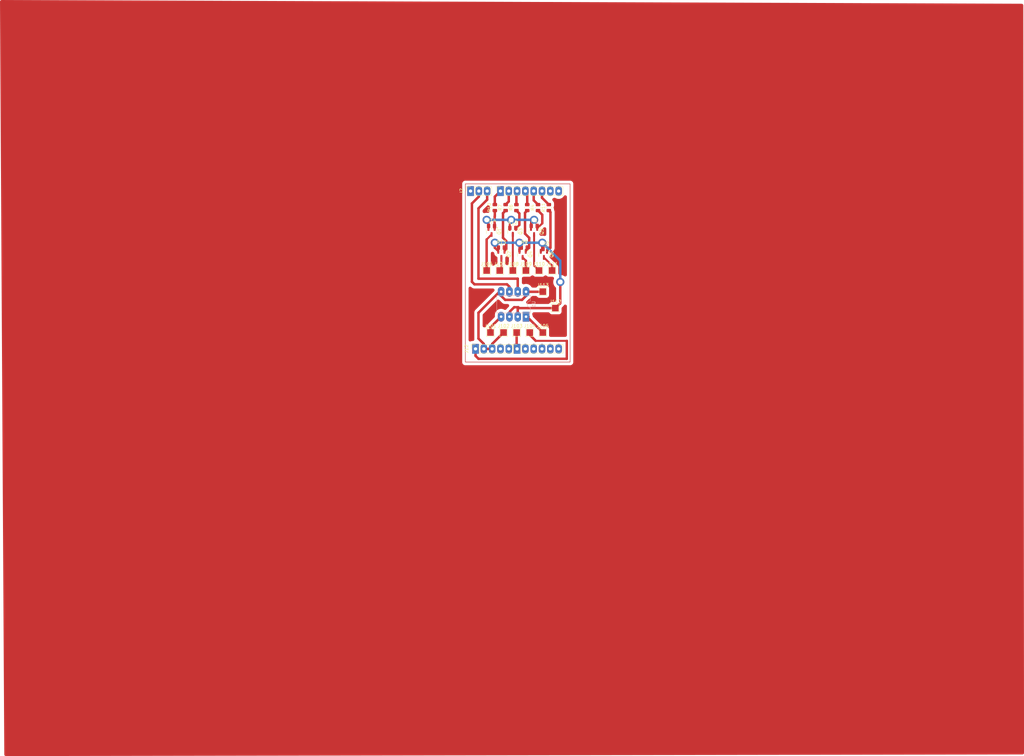
<source format=kicad_pcb>
(kicad_pcb (version 20240108) (generator "pcbnew") (generator_version "8.0")
  (title_block (date "2024-07-26"))
  (layers (0 "F.Cu" signal) (31 "B.Cu" signal) (34 "B.Paste" user) (35 "F.Paste" user) (36 "B.SilkS" user "B.Silkscreen") (37 "F.SilkS" user "F.Silkscreen") (38 "B.Mask" user) (39 "F.Mask" user) (44 "Edge.Cuts" user))
  (net 0 "")
  (net 1 "GND")
  (net 2 "/A0")
  (net 3 "/10")
  (net 4 "/9")
  (net 5 "/5V")
  (net 8 "/8")
  (net 9 "/7")
  (net 10 "/4")
  (net 11 "/2")
  (net 12 "/*6")
  (net 13 "/*5")
  (net 14 "/TX{slash}1")
  (net 15 "/*3")
  (net 16 "/RX{slash}0")
  (net 21 "Net-(Q1-B)")
  (net 23 "Net-(Q2-B)")
  (net 24 "Net-(Q3-B)")
  (net 25 "Net-(Q4-B)")
  (net 26 "Net-(Q5-B)")
  (net 27 "Net-(Q6-B)")
  (net 28 "Net-(J105-Pad1)")
  (net 29 "Net-(U1-A_out)")
  (net 30 "Net-(U1-Out_B)")
  (net 31 "Net-(Q1-C)")
  (net 32 "Net-(Q2-C)")
  (net 33 "Net-(Q3-C)")
  (net 34 "Net-(Q4-C)")
  (net 35 "Net-(Q5-C)")
  (net 36 "Net-(Q6-C)")
  (net 37 "Net-(Q1-E)")
  (net 38 "Net-(J101-Pad1)")
  (net 39 "Net-(J112-Pad1)")
  (footprint "Connector_PinSocket_2.54mm:PinSocket_1x06_P2.54mm_Vertical" (layer "F.Cu") (at 150.8 97.46 90)
    (property "Reference" "J3" (hide yes))
    (property "Value" "Analog")
    (fp_line (start 1.33 -1.33) (end 1.33 0) (stroke (width 0.12)) (layer "F.SilkS"))
    (fp_line (start 0 -1.33) (end 1.33 -1.33) (stroke (width 0.12)) (layer "F.SilkS"))
    (fp_line (start 1.33 1.27) (end 1.33 14.03) (stroke (width 0.12)) (layer "F.SilkS"))
    (fp_line (start -1.33 1.27) (end 1.33 1.27) (stroke (width 0.12)) (layer "F.SilkS"))
    (fp_line (start -1.33 1.27) (end -1.33 14.03) (stroke (width 0.12)) (layer "F.SilkS"))
    (fp_line (start -1.33 14.03) (end 1.33 14.03) (stroke (width 0.12)) (layer "F.SilkS"))
    (pad "1" thru_hole rect (at 0 0 90) (size 3 2) (drill 1) (layers "*.Cu" "*.Mask") (net 2 "/A0"))
    (pad "2" thru_hole oval (at 0 2.54 90) (size 3 2) (drill 1) (layers "*.Cu" "*.Mask"))
    (pad "3" thru_hole oval (at 0 5.08 90) (size 3 2) (drill 1) (layers "*.Cu" "*.Mask"))
    (pad "4" thru_hole oval (at 0 7.62 90) (size 3 2) (drill 1) (layers "*.Cu" "*.Mask"))
    (pad "5" thru_hole oval (at 0 10.16 90) (size 3 2) (drill 1) (layers "*.Cu" "*.Mask"))
    (pad "6" thru_hole oval (at 0 12.7 90) (size 3 2) (drill 1) (layers "*.Cu" "*.Mask"))
  )
  (footprint "Connector_PinSocket_2.54mm:PinSocket_1x08_P2.54mm_Vertical" (layer "F.Cu") (at 145.72 49.2 90)
    (property "Reference" "J4" (hide yes))
    (property "Value" "Digital/PWM")
    (fp_line (start 1.33 -1.33) (end 1.33 0) (stroke (width 0.12)) (layer "F.SilkS"))
    (fp_line (start 0 -1.33) (end 1.33 -1.33) (stroke (width 0.12)) (layer "F.SilkS"))
    (fp_line (start 1.33 1.27) (end 1.33 19.11) (stroke (width 0.12)) (layer "F.SilkS"))
    (fp_line (start -1.33 1.27) (end 1.33 1.27) (stroke (width 0.12)) (layer "F.SilkS"))
    (fp_line (start -1.33 1.27) (end -1.33 19.11) (stroke (width 0.12)) (layer "F.SilkS"))
    (fp_line (start -1.33 19.11) (end 1.33 19.11) (stroke (width 0.12)) (layer "F.SilkS"))
    (pad "1" thru_hole rect (at 0 0 90) (size 3 2) (drill 1) (layers "*.Cu" "*.Mask") (net 9 "/7"))
    (pad "2" thru_hole oval (at 0 2.54 90) (size 3 2) (drill 1) (layers "*.Cu" "*.Mask") (net 12 "/*6"))
    (pad "3" thru_hole oval (at 0 5.08 90) (size 3 2) (drill 1) (layers "*.Cu" "*.Mask") (net 13 "/*5"))
    (pad "4" thru_hole oval (at 0 7.62 90) (size 3 2) (drill 1) (layers "*.Cu" "*.Mask") (net 10 "/4"))
    (pad "5" thru_hole oval (at 0 10.16 90) (size 3 2) (drill 1) (layers "*.Cu" "*.Mask") (net 15 "/*3"))
    (pad "6" thru_hole oval (at 0 12.7 90) (size 3 2) (drill 1) (layers "*.Cu" "*.Mask") (net 11 "/2"))
    (pad "7" thru_hole oval (at 0 15.24 90) (size 3 2) (drill 1) (layers "*.Cu" "*.Mask") (net 14 "/TX{slash}1"))
    (pad "8" thru_hole oval (at 0 17.78 90) (size 3 2) (drill 1) (layers "*.Cu" "*.Mask") (net 16 "/RX{slash}0"))
  )
  (footprint "Resistor_SMD:R_0805_2012Metric" (layer "F.Cu") (at 157.2 54.25 90)
    (property "Reference" "R4" (at 0 -1.65 90) (layer "F.SilkS"))
    (property "Value" "3k9")
    (fp_line (start -0.227064 -0.735) (end 0.227064 -0.735) (stroke (width 0.12)) (layer "F.SilkS"))
    (fp_line (start -0.227064 0.735) (end 0.227064 0.735) (stroke (width 0.12)) (layer "F.SilkS"))
    (pad "1" smd roundrect (at -0.9125 0 90) (size 1.025 1.4) (layers "F.Cu" "F.Paste" "F.Mask") (roundrect_rratio 0.243902) (net 26 "Net-(Q5-B)"))
    (pad "2" smd roundrect (at 0.9125 0 90) (size 1.025 1.4) (layers "F.Cu" "F.Paste" "F.Mask") (roundrect_rratio 0.243902) (net 15 "/*3"))
  )
  (footprint "Resistor_SMD:R_0805_2012Metric" (layer "F.Cu") (at 147.3 54.25 90)
    (property "Reference" "R7" (at 0 -1.65 90) (layer "F.SilkS"))
    (property "Value" "3k9")
    (fp_line (start -0.227064 -0.735) (end 0.227064 -0.735) (stroke (width 0.12)) (layer "F.SilkS"))
    (fp_line (start -0.227064 0.735) (end 0.227064 0.735) (stroke (width 0.12)) (layer "F.SilkS"))
    (pad "1" smd roundrect (at -0.9125 0 90) (size 1.025 1.4) (layers "F.Cu" "F.Paste" "F.Mask") (roundrect_rratio 0.243902) (net 23 "Net-(Q2-B)"))
    (pad "2" smd roundrect (at 0.9125 0 90) (size 1.025 1.4) (layers "F.Cu" "F.Paste" "F.Mask") (roundrect_rratio 0.243902) (net 12 "/*6"))
  )
  (footprint "TestPoint:TestPoint_Pad_2.0x2.0mm" (layer "F.Cu") (at 142.67 92.465)
    (property "Reference" "J101" (at 0 -1.998 0) (layer "F.SilkS"))
    (property "Value" "~")
    (fp_line (start -1.2 -1.2) (end 1.2 -1.2) (stroke (width 0.12)) (layer "F.SilkS"))
    (fp_line (start -1.2 1.2) (end -1.2 -1.2) (stroke (width 0.12)) (layer "F.SilkS"))
    (fp_line (start 1.2 -1.2) (end 1.2 1.2) (stroke (width 0.12)) (layer "F.SilkS"))
    (fp_line (start 1.2 1.2) (end -1.2 1.2) (stroke (width 0.12)) (layer "F.SilkS"))
    (pad "1" smd rect (at 0 0) (size 2 2) (layers "F.Cu" "F.Mask") (net 38 "Net-(J101-Pad1)"))
  )
  (footprint "Package_TO_SOT_SMD:SOT-23" (layer "F.Cu") (at 146 68.5625 -90)
    (property "Reference" "Q2" (at 0 -2.4 90) (layer "F.SilkS"))
    (property "Value" "MMBT3906")
    (fp_line (start 0 1.56) (end -0.65 1.56) (stroke (width 0.12)) (layer "F.SilkS"))
    (fp_line (start 0 1.56) (end 0.65 1.56) (stroke (width 0.12)) (layer "F.SilkS"))
    (fp_line (start 0 -1.56) (end -0.65 -1.56) (stroke (width 0.12)) (layer "F.SilkS"))
    (fp_line (start 0 -1.56) (end 0.65 -1.56) (stroke (width 0.12)) (layer "F.SilkS"))
    (fp_poly (pts (xy -1.1625 -1.51) (xy -1.4025 -1.84) (xy -0.9225 -1.84) (xy -1.1625 -1.51)) (stroke (width 0.12)) (fill solid) (layer "F.SilkS"))
    (pad "1" smd roundrect (at -0.9375 -0.95 270) (size 1.475 0.6) (layers "F.Cu" "F.Paste" "F.Mask") (net 23 "Net-(Q2-B)"))
    (pad "2" smd roundrect (at -0.9375 0.95 270) (size 1.475 0.6) (layers "F.Cu" "F.Paste" "F.Mask") (net 37 "Net-(Q1-E)"))
    (pad "3" smd roundrect (at 0.9375 0 270) (size 1.475 0.6) (layers "F.Cu" "F.Paste" "F.Mask") (net 32 "Net-(Q2-C)"))
  )
  (footprint "Package_TO_SOT_SMD:SOT-23" (layer "F.Cu") (at 159 68.5625 -90)
    (property "Reference" "Q6" (at 0 -2.4 90) (layer "F.SilkS"))
    (property "Value" "MMBT3906")
    (fp_line (start 0 1.56) (end -0.65 1.56) (stroke (width 0.12)) (layer "F.SilkS"))
    (fp_line (start 0 1.56) (end 0.65 1.56) (stroke (width 0.12)) (layer "F.SilkS"))
    (fp_line (start 0 -1.56) (end -0.65 -1.56) (stroke (width 0.12)) (layer "F.SilkS"))
    (fp_line (start 0 -1.56) (end 0.65 -1.56) (stroke (width 0.12)) (layer "F.SilkS"))
    (fp_poly (pts (xy -1.1625 -1.51) (xy -1.4025 -1.84) (xy -0.9225 -1.84) (xy -1.1625 -1.51)) (stroke (width 0.12)) (fill solid) (layer "F.SilkS"))
    (pad "1" smd roundrect (at -0.9375 -0.95 270) (size 1.475 0.6) (layers "F.Cu" "F.Paste" "F.Mask") (net 27 "Net-(Q6-B)"))
    (pad "2" smd roundrect (at -0.9375 0.95 270) (size 1.475 0.6) (layers "F.Cu" "F.Paste" "F.Mask") (net 37 "Net-(Q1-E)"))
    (pad "3" smd roundrect (at 0.9375 0 270) (size 1.475 0.6) (layers "F.Cu" "F.Paste" "F.Mask") (net 36 "Net-(Q6-C)"))
  )
  (footprint "Package_TO_SOT_SMD:SOT-23" (layer "F.Cu") (at 143 61.5625 -90)
    (property "Reference" "Q1" (at 0 -2.4 90) (layer "F.SilkS"))
    (property "Value" "MMBT3906")
    (fp_line (start 0 1.56) (end -0.65 1.56) (stroke (width 0.12)) (layer "F.SilkS"))
    (fp_line (start 0 1.56) (end 0.65 1.56) (stroke (width 0.12)) (layer "F.SilkS"))
    (fp_line (start 0 -1.56) (end -0.65 -1.56) (stroke (width 0.12)) (layer "F.SilkS"))
    (fp_line (start 0 -1.56) (end 0.65 -1.56) (stroke (width 0.12)) (layer "F.SilkS"))
    (fp_poly (pts (xy -1.1625 -1.51) (xy -1.4025 -1.84) (xy -0.9225 -1.84) (xy -1.1625 -1.51)) (stroke (width 0.12)) (fill solid) (layer "F.SilkS"))
    (pad "1" smd roundrect (at -0.9375 -0.95 270) (size 1.475 0.6) (layers "F.Cu" "F.Paste" "F.Mask") (net 21 "Net-(Q1-B)"))
    (pad "2" smd roundrect (at -0.9375 0.95 270) (size 1.475 0.6) (layers "F.Cu" "F.Paste" "F.Mask") (net 37 "Net-(Q1-E)"))
    (pad "3" smd roundrect (at 0.9375 0 270) (size 1.475 0.6) (layers "F.Cu" "F.Paste" "F.Mask") (net 31 "Net-(Q1-C)"))
  )
  (footprint "Resistor_SMD:R_0805_2012Metric" (layer "F.Cu") (at 149.5 60.5)
    (property "Reference" "R12" (at 0 -1.65 360) (layer "F.SilkS"))
    (property "Value" "270R")
    (fp_line (start -0.227064 -0.735) (end 0.227064 -0.735) (stroke (width 0.12)) (layer "F.SilkS"))
    (fp_line (start -0.227064 0.735) (end 0.227064 0.735) (stroke (width 0.12)) (layer "F.SilkS"))
    (pad "1" smd roundrect (at -0.9125 0) (size 1.025 1.4) (layers "F.Cu" "F.Paste" "F.Mask") (roundrect_rratio 0.243902) (net 37 "Net-(Q1-E)"))
    (pad "2" smd roundrect (at 0.9125 0) (size 1.025 1.4) (layers "F.Cu" "F.Paste" "F.Mask") (roundrect_rratio 0.243902) (net 24 "Net-(Q3-B)"))
  )
  (footprint "TestPoint:TestPoint_Pad_2.0x2.0mm" (layer "F.Cu") (at 141.5 73.5)
    (property "Reference" "J106" (at 0 -1.998 0) (layer "F.SilkS"))
    (property "Value" "~")
    (fp_line (start -1.2 -1.2) (end 1.2 -1.2) (stroke (width 0.12)) (layer "F.SilkS"))
    (fp_line (start -1.2 1.2) (end -1.2 -1.2) (stroke (width 0.12)) (layer "F.SilkS"))
    (fp_line (start 1.2 -1.2) (end 1.2 1.2) (stroke (width 0.12)) (layer "F.SilkS"))
    (fp_line (start 1.2 1.2) (end -1.2 1.2) (stroke (width 0.12)) (layer "F.SilkS"))
    (pad "1" smd rect (at 0 0) (size 2 2) (layers "F.Cu" "F.Mask") (net 31 "Net-(Q1-C)"))
  )
  (footprint "TestPoint:TestPoint_Pad_2.0x2.0mm" (layer "F.Cu") (at 145.5 73.5)
    (property "Reference" "J107" (at 0 -1.998 0) (layer "F.SilkS"))
    (property "Value" "~")
    (fp_line (start -1.2 -1.2) (end 1.2 -1.2) (stroke (width 0.12)) (layer "F.SilkS"))
    (fp_line (start -1.2 1.2) (end -1.2 -1.2) (stroke (width 0.12)) (layer "F.SilkS"))
    (fp_line (start 1.2 -1.2) (end 1.2 1.2) (stroke (width 0.12)) (layer "F.SilkS"))
    (fp_line (start 1.2 1.2) (end -1.2 1.2) (stroke (width 0.12)) (layer "F.SilkS"))
    (pad "1" smd rect (at 0 0) (size 2 2) (layers "F.Cu" "F.Mask") (net 32 "Net-(Q2-C)"))
  )
  (footprint "Resistor_SMD:R_0805_2012Metric" (layer "F.Cu") (at 159.65 66.8875)
    (property "Reference" "R2" (at 0 -1.65 360) (layer "F.SilkS"))
    (property "Value" "270R")
    (fp_line (start -0.227064 -0.735) (end 0.227064 -0.735) (stroke (width 0.12)) (layer "F.SilkS"))
    (fp_line (start -0.227064 0.735) (end 0.227064 0.735) (stroke (width 0.12)) (layer "F.SilkS"))
    (pad "1" smd roundrect (at -0.9125 0) (size 1.025 1.4) (layers "F.Cu" "F.Paste" "F.Mask") (roundrect_rratio 0.243902) (net 37 "Net-(Q1-E)"))
    (pad "2" smd roundrect (at 0.9125 0) (size 1.025 1.4) (layers "F.Cu" "F.Paste" "F.Mask") (roundrect_rratio 0.243902) (net 27 "Net-(Q6-B)"))
  )
  (footprint "Resistor_SMD:R_0805_2012Metric" (layer "F.Cu") (at 146 66.5)
    (property "Reference" "R13" (at 0 -1.65 360) (layer "F.SilkS"))
    (property "Value" "270R")
    (fp_line (start -0.227064 -0.735) (end 0.227064 -0.735) (stroke (width 0.12)) (layer "F.SilkS"))
    (fp_line (start -0.227064 0.735) (end 0.227064 0.735) (stroke (width 0.12)) (layer "F.SilkS"))
    (pad "1" smd roundrect (at -0.9125 0) (size 1.025 1.4) (layers "F.Cu" "F.Paste" "F.Mask") (roundrect_rratio 0.243902) (net 37 "Net-(Q1-E)"))
    (pad "2" smd roundrect (at 0.9125 0) (size 1.025 1.4) (layers "F.Cu" "F.Paste" "F.Mask") (roundrect_rratio 0.243902) (net 23 "Net-(Q2-B)"))
  )
  (footprint "TestPoint:TestPoint_Pad_2.0x2.0mm" (layer "F.Cu") (at 158.67 92.465)
    (property "Reference" "J105" (at 0 -1.998 0) (layer "F.SilkS"))
    (property "Value" "~")
    (fp_line (start -1.2 -1.2) (end 1.2 -1.2) (stroke (width 0.12)) (layer "F.SilkS"))
    (fp_line (start -1.2 1.2) (end -1.2 -1.2) (stroke (width 0.12)) (layer "F.SilkS"))
    (fp_line (start 1.2 -1.2) (end 1.2 1.2) (stroke (width 0.12)) (layer "F.SilkS"))
    (fp_line (start 1.2 1.2) (end -1.2 1.2) (stroke (width 0.12)) (layer "F.SilkS"))
    (pad "1" smd rect (at 0 0) (size 2 2) (layers "F.Cu" "F.Mask") (net 28 "Net-(J105-Pad1)"))
  )
  (footprint "TestPoint:TestPoint_Pad_2.0x2.0mm" (layer "F.Cu") (at 161.5 73.5)
    (property "Reference" "J111" (at 0 -1.998 0) (layer "F.SilkS"))
    (property "Value" "~")
    (fp_line (start -1.2 -1.2) (end 1.2 -1.2) (stroke (width 0.12)) (layer "F.SilkS"))
    (fp_line (start -1.2 1.2) (end -1.2 -1.2) (stroke (width 0.12)) (layer "F.SilkS"))
    (fp_line (start 1.2 -1.2) (end 1.2 1.2) (stroke (width 0.12)) (layer "F.SilkS"))
    (fp_line (start 1.2 1.2) (end -1.2 1.2) (stroke (width 0.12)) (layer "F.SilkS"))
    (pad "1" smd rect (at 0 0) (size 2 2) (layers "F.Cu" "F.Mask") (net 36 "Net-(Q6-C)"))
  )
  (footprint "Package_TO_SOT_SMD:SOT-23" (layer "F.Cu") (at 156 61.5625 -90)
    (property "Reference" "Q5" (at 0 -2.4 90) (layer "F.SilkS"))
    (property "Value" "MMBT3906")
    (fp_line (start 0 1.56) (end -0.65 1.56) (stroke (width 0.12)) (layer "F.SilkS"))
    (fp_line (start 0 1.56) (end 0.65 1.56) (stroke (width 0.12)) (layer "F.SilkS"))
    (fp_line (start 0 -1.56) (end -0.65 -1.56) (stroke (width 0.12)) (layer "F.SilkS"))
    (fp_line (start 0 -1.56) (end 0.65 -1.56) (stroke (width 0.12)) (layer "F.SilkS"))
    (fp_poly (pts (xy -1.1625 -1.51) (xy -1.4025 -1.84) (xy -0.9225 -1.84) (xy -1.1625 -1.51)) (stroke (width 0.12)) (fill solid) (layer "F.SilkS"))
    (pad "1" smd roundrect (at -0.9375 -0.95 270) (size 1.475 0.6) (layers "F.Cu" "F.Paste" "F.Mask") (net 26 "Net-(Q5-B)"))
    (pad "2" smd roundrect (at -0.9375 0.95 270) (size 1.475 0.6) (layers "F.Cu" "F.Paste" "F.Mask") (net 37 "Net-(Q1-E)"))
    (pad "3" smd roundrect (at 0.9375 0 270) (size 1.475 0.6) (layers "F.Cu" "F.Paste" "F.Mask") (net 35 "Net-(Q5-C)"))
  )
  (footprint "TestPoint:TestPoint_Pad_2.0x2.0mm" (layer "F.Cu") (at 157.5 73.5)
    (property "Reference" "J110" (at 0 -1.998 0) (layer "F.SilkS"))
    (property "Value" "~")
    (fp_line (start -1.2 -1.2) (end 1.2 -1.2) (stroke (width 0.12)) (layer "F.SilkS"))
    (fp_line (start -1.2 1.2) (end -1.2 -1.2) (stroke (width 0.12)) (layer "F.SilkS"))
    (fp_line (start 1.2 -1.2) (end 1.2 1.2) (stroke (width 0.12)) (layer "F.SilkS"))
    (fp_line (start 1.2 1.2) (end -1.2 1.2) (stroke (width 0.12)) (layer "F.SilkS"))
    (pad "1" smd rect (at 0 0) (size 2 2) (layers "F.Cu" "F.Mask") (net 35 "Net-(Q5-C)"))
  )
  (footprint "TestPoint:TestPoint_Pad_2.0x2.0mm" (layer "F.Cu") (at 158.67 79.965)
    (property "Reference" "J113" (at 0 -1.998 0) (layer "F.SilkS"))
    (property "Value" "~")
    (fp_line (start -1.2 -1.2) (end 1.2 -1.2) (stroke (width 0.12)) (layer "F.SilkS"))
    (fp_line (start -1.2 1.2) (end -1.2 -1.2) (stroke (width 0.12)) (layer "F.SilkS"))
    (fp_line (start 1.2 -1.2) (end 1.2 1.2) (stroke (width 0.12)) (layer "F.SilkS"))
    (fp_line (start 1.2 1.2) (end -1.2 1.2) (stroke (width 0.12)) (layer "F.SilkS"))
    (pad "1" smd rect (at 0 0) (size 2 2) (layers "F.Cu" "F.Mask") (net 1 "GND"))
  )
  (footprint "Resistor_SMD:R_0805_2012Metric" (layer "F.Cu") (at 160.5 54.25 90)
    (property "Reference" "R11" (at 0 -1.65 90) (layer "F.SilkS"))
    (property "Value" "3k9")
    (fp_line (start -0.227064 -0.735) (end 0.227064 -0.735) (stroke (width 0.12)) (layer "F.SilkS"))
    (fp_line (start -0.227064 0.735) (end 0.227064 0.735) (stroke (width 0.12)) (layer "F.SilkS"))
    (pad "1" smd roundrect (at -0.9125 0 90) (size 1.025 1.4) (layers "F.Cu" "F.Paste" "F.Mask") (roundrect_rratio 0.243902) (net 27 "Net-(Q6-B)"))
    (pad "2" smd roundrect (at 0.9125 0 90) (size 1.025 1.4) (layers "F.Cu" "F.Paste" "F.Mask") (roundrect_rratio 0.243902) (net 11 "/2"))
  )
  (footprint "Resistor_SMD:R_0805_2012Metric" (layer "F.Cu") (at 153 66.5)
    (property "Reference" "R9" (at 0 -1.65 0) (layer "F.SilkS"))
    (property "Value" "270R")
    (fp_line (start -0.227064 -0.735) (end 0.227064 -0.735) (stroke (width 0.12)) (layer "F.SilkS"))
    (fp_line (start -0.227064 0.735) (end 0.227064 0.735) (stroke (width 0.12)) (layer "F.SilkS"))
    (pad "1" smd roundrect (at -0.9125 0) (size 1.025 1.4) (layers "F.Cu" "F.Paste" "F.Mask") (roundrect_rratio 0.243902) (net 37 "Net-(Q1-E)"))
    (pad "2" smd roundrect (at 0.9125 0) (size 1.025 1.4) (layers "F.Cu" "F.Paste" "F.Mask") (roundrect_rratio 0.243902) (net 25 "Net-(Q4-B)"))
  )
  (footprint "Package_TO_SOT_SMD:SOT-23" (layer "F.Cu") (at 152.5 68.5625 -90)
    (property "Reference" "Q4" (at 0 -2.4 90) (layer "F.SilkS"))
    (property "Value" "MMBT3906")
    (fp_line (start 0 1.56) (end -0.65 1.56) (stroke (width 0.12)) (layer "F.SilkS"))
    (fp_line (start 0 1.56) (end 0.65 1.56) (stroke (width 0.12)) (layer "F.SilkS"))
    (fp_line (start 0 -1.56) (end -0.65 -1.56) (stroke (width 0.12)) (layer "F.SilkS"))
    (fp_line (start 0 -1.56) (end 0.65 -1.56) (stroke (width 0.12)) (layer "F.SilkS"))
    (fp_poly (pts (xy -1.1625 -1.51) (xy -1.4025 -1.84) (xy -0.9225 -1.84) (xy -1.1625 -1.51)) (stroke (width 0.12)) (fill solid) (layer "F.SilkS"))
    (pad "1" smd roundrect (at -0.9375 -0.95 270) (size 1.475 0.6) (layers "F.Cu" "F.Paste" "F.Mask") (net 25 "Net-(Q4-B)"))
    (pad "2" smd roundrect (at -0.9375 0.95 270) (size 1.475 0.6) (layers "F.Cu" "F.Paste" "F.Mask") (net 37 "Net-(Q1-E)"))
    (pad "3" smd roundrect (at 0.9375 0 270) (size 1.475 0.6) (layers "F.Cu" "F.Paste" "F.Mask") (net 34 "Net-(Q4-C)"))
  )
  (footprint "Connector_PinSocket_2.54mm:PinSocket_1x03_P2.54mm_Vertical" (layer "F.Cu") (at 136.576 49.2 90)
    (property "Reference" "J2" (at 0 -2.77 90) (layer "F.SilkS"))
    (property "Value" "Conn_01x03")
    (fp_line (start 1.33 -1.33) (end 1.33 0) (stroke (width 0.12)) (layer "F.SilkS"))
    (fp_line (start 0 -1.33) (end 1.33 -1.33) (stroke (width 0.12)) (layer "F.SilkS"))
    (fp_line (start 1.33 1.27) (end 1.33 6.41) (stroke (width 0.12)) (layer "F.SilkS"))
    (fp_line (start -1.33 1.27) (end 1.33 1.27) (stroke (width 0.12)) (layer "F.SilkS"))
    (fp_line (start -1.33 1.27) (end -1.33 6.41) (stroke (width 0.12)) (layer "F.SilkS"))
    (fp_line (start -1.33 6.41) (end 1.33 6.41) (stroke (width 0.12)) (layer "F.SilkS"))
    (pad "1" thru_hole rect (at 0 0 90) (size 3 2) (drill 1) (layers "*.Cu" "*.Mask") (net 3 "/10"))
    (pad "2" thru_hole oval (at 0 2.54 90) (size 3 2) (drill 1) (layers "*.Cu" "*.Mask") (net 4 "/9"))
    (pad "3" thru_hole oval (at 0 5.08 90) (size 3 2) (drill 1) (layers "*.Cu" "*.Mask") (net 8 "/8"))
  )
  (footprint "TestPoint:TestPoint_Pad_2.0x2.0mm" (layer "F.Cu") (at 154.67 92.465)
    (property "Reference" "J104" (at 0 -1.998 0) (layer "F.SilkS"))
    (property "Value" "~")
    (fp_line (start -1.2 -1.2) (end 1.2 -1.2) (stroke (width 0.12)) (layer "F.SilkS"))
    (fp_line (start -1.2 1.2) (end -1.2 -1.2) (stroke (width 0.12)) (layer "F.SilkS"))
    (fp_line (start 1.2 -1.2) (end 1.2 1.2) (stroke (width 0.12)) (layer "F.SilkS"))
    (fp_line (start 1.2 1.2) (end -1.2 1.2) (stroke (width 0.12)) (layer "F.SilkS"))
    (pad "1" smd rect (at 0 0) (size 2 2) (layers "F.Cu" "F.Mask") (net 5 "/5V"))
  )
  (footprint "TestPoint:TestPoint_Pad_2.0x2.0mm" (layer "F.Cu") (at 146.67 92.465)
    (property "Reference" "J102" (at 0 -1.998 0) (layer "F.SilkS"))
    (property "Value" "~")
    (fp_line (start -1.2 -1.2) (end 1.2 -1.2) (stroke (width 0.12)) (layer "F.SilkS"))
    (fp_line (start -1.2 1.2) (end -1.2 -1.2) (stroke (width 0.12)) (layer "F.SilkS"))
    (fp_line (start 1.2 -1.2) (end 1.2 1.2) (stroke (width 0.12)) (layer "F.SilkS"))
    (fp_line (start 1.2 1.2) (end -1.2 1.2) (stroke (width 0.12)) (layer "F.SilkS"))
    (pad "1" smd rect (at 0 0) (size 2 2) (layers "F.Cu" "F.Mask") (net 1 "GND"))
  )
  (footprint "Connector_PinSocket_2.54mm:PinSocket_1x05_P2.54mm_Vertical" (layer "F.Cu") (at 138.1 97.46 90)
    (property "Reference" "J12" (at 0 -2.77 90) (layer "F.SilkS"))
    (property "Value" "Conn_01x05" (hide yes))
    (fp_line (start 1.33 -1.33) (end 1.33 0) (stroke (width 0.12)) (layer "F.SilkS"))
    (fp_line (start 0 -1.33) (end 1.33 -1.33) (stroke (width 0.12)) (layer "F.SilkS"))
    (fp_line (start 1.33 1.27) (end 1.33 11.49) (stroke (width 0.12)) (layer "F.SilkS"))
    (fp_line (start -1.33 1.27) (end 1.33 1.27) (stroke (width 0.12)) (layer "F.SilkS"))
    (fp_line (start -1.33 1.27) (end -1.33 11.49) (stroke (width 0.12)) (layer "F.SilkS"))
    (fp_line (start -1.33 11.49) (end 1.33 11.49) (stroke (width 0.12)) (layer "F.SilkS"))
    (pad "1" thru_hole rect (at 0 0 90) (size 3 2) (drill 1) (layers "*.Cu" "*.Mask") (net 5 "/5V"))
    (pad "2" thru_hole oval (at 0 2.54 90) (size 3 2) (drill 1) (layers "*.Cu" "*.Mask") (net 1 "GND"))
    (pad "3" thru_hole oval (at 0 5.08 90) (size 3 2) (drill 1) (layers "*.Cu" "*.Mask") (net 1 "GND"))
    (pad "4" thru_hole oval (at 0 7.62 90) (size 3 2) (drill 1) (layers "*.Cu" "*.Mask"))
    (pad "5" thru_hole oval (at 0 10.16 90) (size 3 2) (drill 1) (layers "*.Cu" "*.Mask"))
  )
  (footprint "Resistor_SMD:R_0805_2012Metric" (layer "F.Cu") (at 143 59.8875)
    (property "Reference" "R14" (at 0 -1.65 0) (layer "F.SilkS"))
    (property "Value" "270R")
    (fp_line (start -0.227064 -0.735) (end 0.227064 -0.735) (stroke (width 0.12)) (layer "F.SilkS"))
    (fp_line (start -0.227064 0.735) (end 0.227064 0.735) (stroke (width 0.12)) (layer "F.SilkS"))
    (pad "1" smd roundrect (at -0.9125 0) (size 1.025 1.4) (layers "F.Cu" "F.Paste" "F.Mask") (roundrect_rratio 0.243902) (net 37 "Net-(Q1-E)"))
    (pad "2" smd roundrect (at 0.9125 0) (size 1.025 1.4) (layers "F.Cu" "F.Paste" "F.Mask") (roundrect_rratio 0.243902) (net 21 "Net-(Q1-B)"))
  )
  (footprint "Package_TO_SOT_SMD:SOT-23" (layer "F.Cu") (at 149.5 61.5625 -90)
    (property "Reference" "Q3" (at 0 -2.4 90) (layer "F.SilkS"))
    (property "Value" "MMBT3906")
    (fp_line (start 0 1.56) (end -0.65 1.56) (stroke (width 0.12)) (layer "F.SilkS"))
    (fp_line (start 0 1.56) (end 0.65 1.56) (stroke (width 0.12)) (layer "F.SilkS"))
    (fp_line (start 0 -1.56) (end -0.65 -1.56) (stroke (width 0.12)) (layer "F.SilkS"))
    (fp_line (start 0 -1.56) (end 0.65 -1.56) (stroke (width 0.12)) (layer "F.SilkS"))
    (fp_poly (pts (xy -1.1625 -1.51) (xy -1.4025 -1.84) (xy -0.9225 -1.84) (xy -1.1625 -1.51)) (stroke (width 0.12)) (fill solid) (layer "F.SilkS"))
    (pad "1" smd roundrect (at -0.9375 -0.95 270) (size 1.475 0.6) (layers "F.Cu" "F.Paste" "F.Mask") (net 24 "Net-(Q3-B)"))
    (pad "2" smd roundrect (at -0.9375 0.95 270) (size 1.475 0.6) (layers "F.Cu" "F.Paste" "F.Mask") (net 37 "Net-(Q1-E)"))
    (pad "3" smd roundrect (at 0.9375 0 270) (size 1.475 0.6) (layers "F.Cu" "F.Paste" "F.Mask") (net 33 "Net-(Q3-C)"))
  )
  (footprint "TestPoint:TestPoint_Pad_2.0x2.0mm" (layer "F.Cu") (at 153.5 73.5)
    (property "Reference" "J109" (at 0 -1.998 0) (layer "F.SilkS"))
    (property "Value" "~")
    (fp_line (start -1.2 -1.2) (end 1.2 -1.2) (stroke (width 0.12)) (layer "F.SilkS"))
    (fp_line (start -1.2 1.2) (end -1.2 -1.2) (stroke (width 0.12)) (layer "F.SilkS"))
    (fp_line (start 1.2 -1.2) (end 1.2 1.2) (stroke (width 0.12)) (layer "F.SilkS"))
    (fp_line (start 1.2 1.2) (end -1.2 1.2) (stroke (width 0.12)) (layer "F.SilkS"))
    (pad "1" smd rect (at 0 0) (size 2 2) (layers "F.Cu" "F.Mask") (net 34 "Net-(Q4-C)"))
  )
  (footprint "TestPoint:TestPoint_Pad_2.0x2.0mm" (layer "F.Cu") (at 149.5 73.5)
    (property "Reference" "J108" (at 0 -1.998 0) (layer "F.SilkS"))
    (property "Value" "~")
    (fp_line (start -1.2 -1.2) (end 1.2 -1.2) (stroke (width 0.12)) (layer "F.SilkS"))
    (fp_line (start -1.2 1.2) (end -1.2 -1.2) (stroke (width 0.12)) (layer "F.SilkS"))
    (fp_line (start 1.2 -1.2) (end 1.2 1.2) (stroke (width 0.12)) (layer "F.SilkS"))
    (fp_line (start 1.2 1.2) (end -1.2 1.2) (stroke (width 0.12)) (layer "F.SilkS"))
    (pad "1" smd rect (at 0 0) (size 2 2) (layers "F.Cu" "F.Mask") (net 33 "Net-(Q3-C)"))
  )
  (footprint "TestPoint:TestPoint_Pad_2.0x2.0mm" (layer "F.Cu") (at 150.67 92.465)
    (property "Reference" "J103" (at 0 -1.998 0) (layer "F.SilkS"))
    (property "Value" "~")
    (fp_line (start -1.2 -1.2) (end 1.2 -1.2) (stroke (width 0.12)) (layer "F.SilkS"))
    (fp_line (start -1.2 1.2) (end -1.2 -1.2) (stroke (width 0.12)) (layer "F.SilkS"))
    (fp_line (start 1.2 -1.2) (end 1.2 1.2) (stroke (width 0.12)) (layer "F.SilkS"))
    (fp_line (start 1.2 1.2) (end -1.2 1.2) (stroke (width 0.12)) (layer "F.SilkS"))
    (pad "1" smd rect (at 0 0) (size 2 2) (layers "F.Cu" "F.Mask") (net 2 "/A0"))
  )
  (footprint "Resistor_SMD:R_0805_2012Metric" (layer "F.Cu") (at 150.6 54.25 90)
    (property "Reference" "R6" (at 0 -1.65 90) (layer "F.SilkS"))
    (property "Value" "3k9")
    (fp_line (start -0.227064 -0.735) (end 0.227064 -0.735) (stroke (width 0.12)) (layer "F.SilkS"))
    (fp_line (start -0.227064 0.735) (end 0.227064 0.735) (stroke (width 0.12)) (layer "F.SilkS"))
    (pad "1" smd roundrect (at -0.9125 0 90) (size 1.025 1.4) (layers "F.Cu" "F.Paste" "F.Mask") (roundrect_rratio 0.243902) (net 24 "Net-(Q3-B)"))
    (pad "2" smd roundrect (at 0.9125 0 90) (size 1.025 1.4) (layers "F.Cu" "F.Paste" "F.Mask") (roundrect_rratio 0.243902) (net 13 "/*5"))
  )
  (footprint "TestPoint:TestPoint_Pad_2.0x2.0mm" (layer "F.Cu") (at 162.5 85)
    (property "Reference" "J112" (at 0 -1.998 0) (layer "F.SilkS"))
    (property "Value" "~")
    (fp_line (start -1.2 -1.2) (end 1.2 -1.2) (stroke (width 0.12)) (layer "F.SilkS"))
    (fp_line (start -1.2 1.2) (end -1.2 -1.2) (stroke (width 0.12)) (layer "F.SilkS"))
    (fp_line (start 1.2 -1.2) (end 1.2 1.2) (stroke (width 0.12)) (layer "F.SilkS"))
    (fp_line (start 1.2 1.2) (end -1.2 1.2) (stroke (width 0.12)) (layer "F.SilkS"))
    (pad "1" smd rect (at 0 0) (size 2 2) (layers "F.Cu" "F.Mask") (net 39 "Net-(J112-Pad1)"))
  )
  (footprint "Resistor_SMD:R_0805_2012Metric" (layer "F.Cu") (at 144 54.25 90)
    (property "Reference" "R10" (at 0 -1.65 90) (layer "F.SilkS"))
    (property "Value" "3k9")
    (fp_line (start -0.227064 -0.735) (end 0.227064 -0.735) (stroke (width 0.12)) (layer "F.SilkS"))
    (fp_line (start -0.227064 0.735) (end 0.227064 0.735) (stroke (width 0.12)) (layer "F.SilkS"))
    (pad "1" smd roundrect (at -0.9125 0 90) (size 1.025 1.4) (layers "F.Cu" "F.Paste" "F.Mask") (roundrect_rratio 0.243902) (net 21 "Net-(Q1-B)"))
    (pad "2" smd roundrect (at 0.9125 0 90) (size 1.025 1.4) (layers "F.Cu" "F.Paste" "F.Mask") (roundrect_rratio 0.243902) (net 9 "/7"))
  )
  (footprint "Resistor_SMD:R_0805_2012Metric" (layer "F.Cu") (at 153.9 54.25 90)
    (property "Reference" "R5" (hide yes))
    (property "Value" "3k9")
    (fp_line (start -0.227064 -0.735) (end 0.227064 -0.735) (stroke (width 0.12)) (layer "F.SilkS"))
    (fp_line (start -0.227064 0.735) (end 0.227064 0.735) (stroke (width 0.12)) (layer "F.SilkS"))
    (pad "1" smd roundrect (at -0.9125 0 90) (size 1.025 1.4) (layers "F.Cu" "F.Paste" "F.Mask") (roundrect_rratio 0.243902) (net 25 "Net-(Q4-B)"))
    (pad "2" smd roundrect (at 0.9125 0 90) (size 1.025 1.4) (layers "F.Cu" "F.Paste" "F.Mask") (roundrect_rratio 0.243902) (net 10 "/4"))
  )
  (footprint "Resistor_SMD:R_0805_2012Metric" (layer "F.Cu") (at 156.0375 59.8875)
    (property "Reference" "R8" (at 0 -1.65 360) (layer "F.SilkS"))
    (property "Value" "270R")
    (fp_line (start -0.227064 -0.735) (end 0.227064 -0.735) (stroke (width 0.12)) (layer "F.SilkS"))
    (fp_line (start -0.227064 0.735) (end 0.227064 0.735) (stroke (width 0.12)) (layer "F.SilkS"))
    (pad "1" smd roundrect (at -0.9125 0) (size 1.025 1.4) (layers "F.Cu" "F.Paste" "F.Mask") (roundrect_rratio 0.243902) (net 37 "Net-(Q1-E)"))
    (pad "2" smd roundrect (at 0.9125 0) (size 1.025 1.4) (layers "F.Cu" "F.Paste" "F.Mask") (roundrect_rratio 0.243902) (net 26 "Net-(Q5-B)"))
  )
  (footprint "Package_DIP:DIP-8_W7.62mm" (layer "B.Cu") (at 153.54 87.62 90)
    (property "Reference" "U1" (at 3.81 2.33 90) (layer "B.SilkS") (effects (justify mirror)))
    (property "Value" "L9110H")
    (fp_line (start 6.46 -8.95) (end 1.16 -8.95) (stroke (width 0.12)) (layer "B.SilkS"))
    (fp_line (start 1.16 -8.95) (end 1.16 1.33) (stroke (width 0.12)) (layer "B.SilkS"))
    (fp_line (start 6.46 1.33) (end 6.46 -8.95) (stroke (width 0.12)) (layer "B.SilkS"))
    (fp_line (start 4.81 1.33) (end 6.46 1.33) (stroke (width 0.12)) (layer "B.SilkS"))
    (fp_line (start 1.16 1.33) (end 2.81 1.33) (stroke (width 0.12)) (layer "B.SilkS"))
    (fp_arc (start 2.81 1.33) (mid 3.81 0.33) (end 4.81 1.33) (stroke (width 0.12)) (layer "B.SilkS"))
    (pad "1" thru_hole rect (at 0 0 90) (size 3 2) (drill 0.8) (layers "*.Cu" "*.Mask") (net 29 "Net-(U1-A_out)"))
    (pad "2" thru_hole oval (at 0 -2.54 90) (size 3 2) (drill 0.8) (layers "*.Cu" "*.Mask") (net 37 "Net-(Q1-E)"))
    (pad "3" thru_hole oval (at 0 -5.08 90) (size 3 2) (drill 0.8) (layers "*.Cu" "*.Mask") (net 37 "Net-(Q1-E)"))
    (pad "4" thru_hole oval (at 0 -7.62 90) (size 3 2) (drill 0.8) (layers "*.Cu" "*.Mask") (net 30 "Net-(U1-Out_B)"))
    (pad "5" thru_hole oval (at 7.62 -7.62 90) (size 3 2) (drill 0.8) (layers "*.Cu" "*.Mask") (net 1 "GND"))
    (pad "6" thru_hole oval (at 7.62 -5.08 90) (size 3 2) (drill 0.8) (layers "*.Cu" "*.Mask") (net 4 "/9"))
    (pad "7" thru_hole oval (at 7.62 -2.54 90) (size 3 2) (drill 0.8) (layers "*.Cu" "*.Mask") (net 8 "/8"))
    (pad "8" thru_hole oval (at 7.62 0 90) (size 3 2) (drill 0.8) (layers "*.Cu" "*.Mask") (net 1 "GND"))
  )
  (gr_rect (start 135 47) (end 167 101.5) (stroke (width 0.15)) (fill none) (layer "F.Cu"))
  (segment (start 147.135 82.465) (end 152.325 82.465) (width 0.75) (layer "F.Cu") (net 1))
  (segment (start 153.54 80) (end 158.635 80) (width 0.75) (layer "F.Cu") (net 1))
  (segment (start 139 94.31) (end 140.64 95.95) (width 0.75) (layer "F.Cu") (net 1))
  (segment (start 139 86.42) (end 139 94.31) (width 0.75) (layer "F.Cu") (net 1))
  (segment (start 146.67 92.465) (end 143.18 95.955) (width 0.75) (layer "F.Cu") (net 1))
  (segment (start 145.42 80) (end 139 86.42) (width 0.75) (layer "F.Cu") (net 1))
  (segment (start 143.18 97.46) (end 140.64 97.46) (width 0.75) (layer "F.Cu") (net 1))
  (segment (start 143.18 95.955) (end 143.18 97.46) (width 0.75) (layer "F.Cu") (net 1))
  (segment (start 152.325 82.465) (end 153.54 81.25) (width 0.75) (layer "F.Cu") (net 1))
  (segment (start 140.64 95.95) (end 140.64 97.46) (width 0.75) (layer "F.Cu") (net 1))
  (segment (start 145.92 80) (end 145.42 80) (width 0.75) (layer "F.Cu") (net 1))
  (segment (start 146.67 92.465) (end 146.339771 92.465) (width 0.75) (layer "F.Cu") (net 1))
  (segment (start 146.09 80.385) (end 146.09 79.845) (width 0.75) (layer "F.Cu") (net 1))
  (segment (start 145.92 81.25) (end 147.135 82.465) (width 0.75) (layer "F.Cu") (net 1))
  (segment (start 153.54 81.25) (end 153.54 80) (width 0.75) (layer "F.Cu") (net 1))
  (segment (start 158.635 80) (end 158.67 79.965) (width 0.75) (layer "F.Cu") (net 1))
  (segment (start 145.92 80) (end 145.92 81.25) (width 0.75) (layer "F.Cu") (net 1))
  (segment (start 150.67 97.33) (end 150.8 97.46) (width 0.75) (layer "F.Cu") (net 2))
  (segment (start 150.67 92.465) (end 150.67 97.33) (width 0.75) (layer "F.Cu") (net 2))
  (segment (start 148.46 78.46) (end 148.46 80) (width 0.75) (layer "F.Cu") (net 4))
  (segment (start 137 53) (end 137 76.95) (width 0.75) (layer "F.Cu") (net 4))
  (segment (start 147.725 77.725) (end 148.46 78.46) (width 0.75) (layer "F.Cu") (net 4))
  (segment (start 137 76.95) (end 137.775 77.725) (width 0.75) (layer "F.Cu") (net 4))
  (segment (start 139.116 50.884) (end 137 53) (width 0.75) (layer "F.Cu") (net 4))
  (segment (start 137.775 77.725) (end 147.725 77.725) (width 0.75) (layer "F.Cu") (net 4))
  (segment (start 139.116 49.2) (end 139.116 50.884) (width 0.75) (layer "F.Cu") (net 4))
  (segment (start 138.1 99.6) (end 138.1 97.46) (width 0.75) (layer "F.Cu") (net 5))
  (segment (start 166 100.5) (end 139 100.5) (width 0.75) (layer "F.Cu") (net 5))
  (segment (start 166 95) (end 166 100.5) (width 0.75) (layer "F.Cu") (net 5))
  (segment (start 154.67 93.17) (end 156.5 95) (width 0.75) (layer "F.Cu") (net 5))
  (segment (start 156.5 95) (end 166 95) (width 0.6) (layer "F.Cu") (net 5))
  (segment (start 154.67 92.465) (end 154.67 93.17) (width 0.75) (layer "F.Cu") (net 5))
  (segment (start 139 100.5) (end 138.1 99.6) (width 0.75) (layer "F.Cu") (net 5))
  (segment (start 151 76) (end 139 76) (width 0.75) (layer "F.Cu") (net 8))
  (segment (start 139 76) (end 139 54.5) (width 0.75) (layer "F.Cu") (net 8))
  (segment (start 139 54.5) (end 141.656 51.844) (width 0.75) (layer "F.Cu") (net 8))
  (segment (start 151 80) (end 151 76) (width 0.75) (layer "F.Cu") (net 8))
  (segment (start 141.656 51.844) (end 141.656 49.2) (width 0.75) (layer "F.Cu") (net 8))
  (segment (start 144 50.92) (end 144 53.3375) (width 0.75) (layer "F.Cu") (net 9))
  (segment (start 145.72 49.2) (end 144 50.92) (width 0.75) (layer "F.Cu") (net 9))
  (segment (start 153.9 49.76) (end 153.34 49.2) (width 0.75) (layer "F.Cu") (net 10))
  (segment (start 153.9 53.3375) (end 153.9 49.76) (width 0.75) (layer "F.Cu") (net 10))
  (segment (start 160.5 53.3375) (end 158.42 51.2575) (width 0.75) (layer "F.Cu") (net 11))
  (segment (start 158.5 49.28) (end 158.42 49.2) (width 0.4) (layer "F.Cu") (net 11))
  (segment (start 158.42 51.2575) (end 158.42 49.2) (width 0.75) (layer "F.Cu") (net 11))
  (segment (start 148.26 52.3775) (end 148.26 49.2) (width 0.75) (layer "F.Cu") (net 12))
  (segment (start 147.3 53.3375) (end 148.26 52.3775) (width 0.75) (layer "F.Cu") (net 12))
  (segment (start 150.6 53.3375) (end 150.6 49.4) (width 0.75) (layer "F.Cu") (net 13))
  (segment (start 150.6 49.4) (end 150.8 49.2) (width 0.75) (layer "F.Cu") (net 13))
  (segment (start 155.88 52.0175) (end 155.88 49.2) (width 0.75) (layer "F.Cu") (net 15))
  (segment (start 157.2 53.3375) (end 155.88 52.0175) (width 0.75) (layer "F.Cu") (net 15))
  (segment (start 144 55.1625) (end 144 56.9125) (width 0.75) (layer "F.Cu") (net 21))
  (segment (start 143.95 60.625) (end 143.95 56.9625) (width 0.75) (layer "F.Cu") (net 21))
  (segment (start 144 56.9125) (end 143.95 56.9625) (width 0.75) (layer "F.Cu") (net 21))
  (segment (start 147.5 67.075) (end 146.95 67.625) (width 0.6) (layer "F.Cu") (net 23))
  (segment (start 147.3 55.1625) (end 146.5 55.9625) (width 0.75) (layer "F.Cu") (net 23))
  (segment (start 146.5 63.5) (end 147.5 64.5) (width 0.75) (layer "F.Cu") (net 23))
  (segment (start 147.5 64.5) (end 147.5 67.075) (width 0.75) (layer "F.Cu") (net 23))
  (segment (start 146.5 55.9625) (end 146.5 63.5) (width 0.75) (layer "F.Cu") (net 23))
  (segment (start 150.6 55.1625) (end 151.5 56.0625) (width 0.75) (layer "F.Cu") (net 24))
  (segment (start 151.5 59.575) (end 150.45 60.625) (width 0.6) (layer "F.Cu") (net 24))
  (segment (start 151.5 56.0625) (end 151.5 59.575) (width 0.75) (layer "F.Cu") (net 24))
  (segment (start 154.5 63.5) (end 154.5 66.575) (width 0.75) (layer "F.Cu") (net 25))
  (segment (start 153.9 55.1625) (end 153.225 55.8375) (width 0.75) (layer "F.Cu") (net 25))
  (segment (start 153.225 55.8375) (end 153.225 62.225) (width 0.75) (layer "F.Cu") (net 25))
  (segment (start 154.5 66.575) (end 153.45 67.625) (width 0.6) (layer "F.Cu") (net 25))
  (segment (start 153.225 62.225) (end 154.5 63.5) (width 0.75) (layer "F.Cu") (net 25))
  (segment (start 157.2 55.1625) (end 158.5 56.4625) (width 0.75) (layer "F.Cu") (net 26))
  (segment (start 158.5 59.075) (end 156.95 60.625) (width 0.6) (layer "F.Cu") (net 26))
  (segment (start 158.5 56.4625) (end 158.5 59.075) (width 0.75) (layer "F.Cu") (net 26))
  (segment (start 160.5 55.1625) (end 161 55.6625) (width 0.75) (layer "F.Cu") (net 27))
  (segment (start 159.95 67.625) (end 161 66.575) (width 0.6) (layer "F.Cu") (net 27))
  (segment (start 161 55.6625) (end 161 66.575) (width 0.75) (layer "F.Cu") (net 27))
  (segment (start 153.54 87.62) (end 154.325 87.62) (width 0.75) (layer "F.Cu") (net 29))
  (segment (start 153.54 87.62) (end 153.825 87.62) (width 0.75) (layer "F.Cu") (net 29))
  (segment (start 153.825 87.62) (end 158.67 92.465) (width 0.75) (layer "F.Cu") (net 29))
  (segment (start 142.67 90.87) (end 145.92 87.62) (width 0.75) (layer "F.Cu") (net 30))
  (segment (start 142.67 92.465) (end 142.67 90.87) (width 0.75) (layer "F.Cu") (net 30))
  (segment (start 143 62.5) (end 141.5 64) (width 0.6) (layer "F.Cu") (net 31))
  (segment (start 141.5 64) (end 141.5 73.5) (width 0.75) (layer "F.Cu") (net 31))
  (segment (start 146 73) (end 145.5 73.5) (width 0.75) (layer "F.Cu") (net 32))
  (segment (start 146 69.5) (end 146 73) (width 0.6) (layer "F.Cu") (net 32))
  (segment (start 149.5 61.9375) (end 149.5 73.5) (width 0.6) (layer "F.Cu") (net 33))
  (segment (start 153.5 70.5) (end 153.5 73.5) (width 0.75) (layer "F.Cu") (net 34))
  (segment (start 152.5 69.5) (end 153.5 70.5) (width 0.6) (layer "F.Cu") (net 34))
  (segment (start 156 62.5) (end 156 72) (width 0.6) (layer "F.Cu") (net 35))
  (segment (start 156 72) (end 157.5 73.5) (width 0.6) (layer "F.Cu") (net 35))
  (segment (start 161.5 72) (end 161.5 73.5) (width 0.75) (layer "F.Cu") (net 36))
  (segment (start 159 69.5) (end 161.5 72) (width 0.6) (layer "F.Cu") (net 36))
  (segment (start 144 65) (end 144 66.575) (width 0.75) (layer "F.Cu") (net 37))
  (segment (start 164 77) (end 164 83.5) (width 0.75) (layer "F.Cu") (net 37))
  (segment (start 151 87.62) (end 151 84.9025) (width 0.75) (layer "F.Cu") (net 37))
  (segment (start 144 66.575) (end 145.05 67.625) (width 0.6) (layer "F.Cu") (net 37))
  (segment (start 148.55 58.55) (end 148.5 58.5) (width 0.75) (layer "F.Cu") (net 37))
  (segment (start 164 83.5) (end 162.5 85) (width 0.75) (layer "F.Cu") (net 37))
  (segment (start 151.5 67.575) (end 151.55 67.625) (width 0.75) (layer "F.Cu") (net 37))
  (segment (start 151.5 67.075) (end 151.55 67.125) (width 0.75) (layer "F.Cu") (net 37))
  (segment (start 142.05 58.55) (end 142 58.5) (width 0.75) (layer "F.Cu") (net 37))
  (segment (start 149.9025 84.7325) (end 151.17 84.7325) (width 0.75) (layer "F.Cu") (net 37))
  (segment (start 151 84.9025) (end 151.17 84.7325) (width 0.75) (layer "F.Cu") (net 37))
  (segment (start 142.05 60.625) (end 142.05 58.55) (width 0.6) (layer "F.Cu") (net 37))
  (segment (start 155.05 60.625) (end 155.05 58.55) (width 0.6) (layer "F.Cu") (net 37))
  (segment (start 148.63 86.005) (end 149.9025 84.7325) (width 0.75) (layer "F.Cu") (net 37))
  (segment (start 151.0975 85) (end 162.5 85) (width 0.75) (layer "F.Cu") (net 37))
  (segment (start 151.5 65) (end 151.5 67.575) (width 0.6) (layer "F.Cu") (net 37))
  (segment (start 158.5 65) (end 158.5 67.175) (width 0.75) (layer "F.Cu") (net 37))
  (segment (start 158.5 67.175) (end 158.05 67.625) (width 0.6) (layer "F.Cu") (net 37))
  (segment (start 148.55 60.625) (end 148.55 58.55) (width 0.6) (layer "F.Cu") (net 37))
  (segment (start 148.63 87.465) (end 148.63 86.005) (width 0.75) (layer "F.Cu") (net 37))
  (segment (start 151 84.9025) (end 151.0975 85) (width 0.75) (layer "F.Cu") (net 37))
  (via (at 149 58) (size 2.5) (drill 1.5) (layers "F.Cu" "B.Cu") (net 37))
  (via (at 141.5 58) (size 2.5) (drill 1.5) (layers "F.Cu" "B.Cu") (net 37))
  (via (at 144 65) (size 2.5) (drill 1.5) (layers "F.Cu" "B.Cu") (net 37))
  (via (at 156 58) (size 2.5) (drill 1.5) (layers "F.Cu" "B.Cu") (net 37))
  (via (at 158.5 65) (size 2.5) (drill 1.5) (layers "F.Cu" "B.Cu") (net 37))
  (via (at 151.5 65) (size 2.5) (drill 1.5) (layers "F.Cu" "B.Cu") (net 37))
  (via (at 164 77) (size 2.5) (drill 1.5) (layers "F.Cu" "B.Cu") (net 37))
  (segment (start 164 70.5) (end 164 77) (width 0.75) (layer "B.Cu") (net 37))
  (segment (start 149 58) (end 156 58) (width 0.75) (layer "B.Cu") (net 37))
  (segment (start 141.5 58) (end 149 58) (width 0.75) (layer "B.Cu") (net 37))
  (segment (start 151.5 65) (end 158.5 65) (width 0.75) (layer "B.Cu") (net 37))
  (segment (start 158.5 65) (end 164 70.5) (width 0.75) (layer "B.Cu") (net 37))
  (segment (start 151.5 65) (end 144 65) (width 0.75) (layer "B.Cu") (net 37))
  (zone (net 0) (net_name "") (layer "F.Cu") (connect_pads no (clearance 0.9)) (min_thickness 1) (fill yes (thermal_gap 1) (thermal_bridge_width 1) (island_removal_mode 1) (island_area_min 10))
    (polygon (pts (xy 305.735649 221.5) (xy 305.51108 -8.080546) (xy -7.229382 -9.229382) (xy -5.913204 221.997671)))
  )
)
</source>
